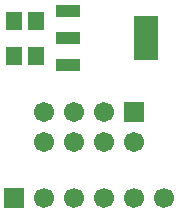
<source format=gbr>
G04 #@! TF.FileFunction,Soldermask,Bot*
%FSLAX46Y46*%
G04 Gerber Fmt 4.6, Leading zero omitted, Abs format (unit mm)*
G04 Created by KiCad (PCBNEW (2015-03-11 BZR 5507)-product) date Thu 12 Mar 2015 01:37:59 PM CET*
%MOMM*%
G01*
G04 APERTURE LIST*
%ADD10C,0.100000*%
%ADD11R,1.348740X1.549400*%
%ADD12R,2.082800X3.708400*%
%ADD13R,2.082800X1.066800*%
%ADD14R,1.700800X1.700800*%
%ADD15C,1.700800*%
%ADD16R,1.701800X1.701800*%
%ADD17C,1.701800*%
G04 APERTURE END LIST*
D10*
D11*
X160000000Y-105000000D03*
X158100080Y-105000000D03*
X160000000Y-102000000D03*
X158100080Y-102000000D03*
D12*
X169302000Y-103500000D03*
D13*
X162698000Y-103500000D03*
X162698000Y-101214000D03*
X162698000Y-105786000D03*
D14*
X158150000Y-117000000D03*
D15*
X160690000Y-117000000D03*
X163230000Y-117000000D03*
X165770000Y-117000000D03*
X168310000Y-117000000D03*
X170850000Y-117000000D03*
D16*
X168310000Y-109730000D03*
D17*
X168310000Y-112270000D03*
X165770000Y-109730000D03*
X165770000Y-112270000D03*
X163230000Y-109730000D03*
X163230000Y-112270000D03*
X160690000Y-109730000D03*
X160690000Y-112270000D03*
M02*

</source>
